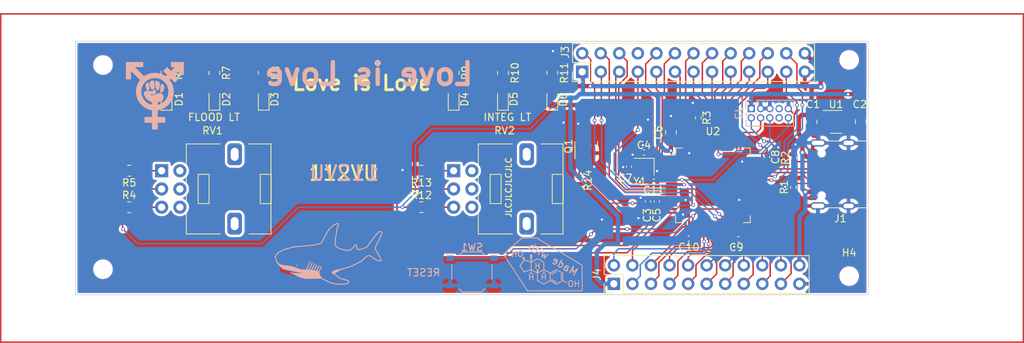
<source format=kicad_pcb>
(kicad_pcb (version 20221018) (generator pcbnew)

  (general
    (thickness 1.6)
  )

  (paper "A4")
  (layers
    (0 "F.Cu" signal)
    (31 "B.Cu" signal)
    (34 "B.Paste" user)
    (35 "F.Paste" user)
    (36 "B.SilkS" user "B.Silkscreen")
    (37 "F.SilkS" user "F.Silkscreen")
    (38 "B.Mask" user)
    (39 "F.Mask" user)
    (44 "Edge.Cuts" user)
    (45 "Margin" user)
    (46 "B.CrtYd" user "B.Courtyard")
    (47 "F.CrtYd" user "F.Courtyard")
    (48 "B.Fab" user)
    (49 "F.Fab" user)
  )

  (setup
    (stackup
      (layer "F.SilkS" (type "Top Silk Screen") (color "White"))
      (layer "F.Paste" (type "Top Solder Paste"))
      (layer "F.Mask" (type "Top Solder Mask") (color "Black") (thickness 0.01))
      (layer "F.Cu" (type "copper") (thickness 0.035))
      (layer "dielectric 1" (type "core") (thickness 1.51) (material "FR4") (epsilon_r 4.5) (loss_tangent 0.02))
      (layer "B.Cu" (type "copper") (thickness 0.035))
      (layer "B.Mask" (type "Bottom Solder Mask") (color "Black") (thickness 0.01))
      (layer "B.Paste" (type "Bottom Solder Paste"))
      (layer "B.SilkS" (type "Bottom Silk Screen") (color "White"))
      (copper_finish "None")
      (dielectric_constraints yes)
    )
    (pad_to_mask_clearance 0)
    (aux_axis_origin 83.1 113)
    (grid_origin 83.1 113)
    (pcbplotparams
      (layerselection 0x00010fc_ffffffff)
      (plot_on_all_layers_selection 0x0000000_00000000)
      (disableapertmacros false)
      (usegerberextensions false)
      (usegerberattributes true)
      (usegerberadvancedattributes true)
      (creategerberjobfile true)
      (dashed_line_dash_ratio 12.000000)
      (dashed_line_gap_ratio 3.000000)
      (svgprecision 4)
      (plotframeref false)
      (viasonmask false)
      (mode 1)
      (useauxorigin false)
      (hpglpennumber 1)
      (hpglpenspeed 20)
      (hpglpendiameter 15.000000)
      (dxfpolygonmode true)
      (dxfimperialunits true)
      (dxfusepcbnewfont true)
      (psnegative false)
      (psa4output false)
      (plotreference false)
      (plotvalue false)
      (plotinvisibletext false)
      (sketchpadsonfab false)
      (subtractmaskfromsilk false)
      (outputformat 1)
      (mirror false)
      (drillshape 0)
      (scaleselection 1)
      (outputdirectory "Manufacturing/")
    )
  )

  (net 0 "")
  (net 1 "GND")
  (net 2 "+3V3")
  (net 3 "/SWD_NRST")
  (net 4 "VBUS")
  (net 5 "Net-(J1-CC1)")
  (net 6 "/USB_D+")
  (net 7 "/USB_D-")
  (net 8 "unconnected-(J1-SBU1-PadA8)")
  (net 9 "Net-(J1-CC2)")
  (net 10 "unconnected-(J1-SBU2-PadB8)")
  (net 11 "/POT_2")
  (net 12 "/POT_1")
  (net 13 "unconnected-(U1-NC-Pad4)")
  (net 14 "/SWD_IO")
  (net 15 "/SWD_CLK")
  (net 16 "/SWD_TRACE")
  (net 17 "unconnected-(J2-KEY-Pad7)")
  (net 18 "unconnected-(J2-NC{slash}TDI-Pad8)")
  (net 19 "unconnected-(J3-Pin_8-Pad8)")
  (net 20 "/HSE_IN")
  (net 21 "/HSE_OUT")
  (net 22 "Net-(D1-A)")
  (net 23 "Net-(D2-A)")
  (net 24 "/BOOT0")
  (net 25 "/LED_PWR")
  (net 26 "Net-(D3-A)")
  (net 27 "Net-(D4-A)")
  (net 28 "Net-(D5-A)")
  (net 29 "Net-(D6-A)")
  (net 30 "Net-(R4-Pad2)")
  (net 31 "Net-(R5-Pad1)")
  (net 32 "Net-(R12-Pad2)")
  (net 33 "Net-(R13-Pad1)")
  (net 34 "/E_WXR_PC9")
  (net 35 "/E_WXR_PA8")
  (net 36 "/E_WXR_PC8")
  (net 37 "/E_WXR_PC7")
  (net 38 "/E_B_PB5")
  (net 39 "/E_B_PB4")
  (net 40 "/E_B_PD2")
  (net 41 "/E_B_PC11")
  (net 42 "/E_B_PC12")
  (net 43 "/E_B_PC10")
  (net 44 "/E_WXR_PA3")
  (net 45 "/E_WXR_PA5")
  (net 46 "/E_WXR_PA4")
  (net 47 "/E_WXR_PC5")
  (net 48 "/E_WXR_PC4")
  (net 49 "/E_WXR_PA6")
  (net 50 "/E_WXR_PA7")
  (net 51 "/E_WXR_PB10")
  (net 52 "/E_WXR_PB2")
  (net 53 "/E_WXR_PB12")
  (net 54 "/E_WXR_PB11")
  (net 55 "/E_WXR_PB14")
  (net 56 "/E_WXR_PB13")
  (net 57 "/E_WXR_PC6")
  (net 58 "/E_WXR_PB15")
  (net 59 "/E_B_PB0")
  (net 60 "/E_B_PB1")
  (net 61 "/E_B_PC3")
  (net 62 "/PA0")
  (net 63 "/E_B_PC2")
  (net 64 "/E_B_PC1")
  (net 65 "/E_B_PC0")
  (net 66 "/E_B_PC14")
  (net 67 "/E_B_PC15")
  (net 68 "/E_B_PC13")
  (net 69 "/E_B_PB9")
  (net 70 "/E_B_PB7")
  (net 71 "/E_B_PB8")
  (net 72 "/E_B_PB6")
  (net 73 "/E_B_PA15")
  (net 74 "/E_B_PA10")
  (net 75 "/E_B_PA9")

  (footprint "Capacitor_SMD:C_0805_2012Metric" (layer "F.Cu") (at 200.85 82.75 -90))

  (footprint "Resistor_SMD:R_0805_2012Metric" (layer "F.Cu") (at 100.6875 89.5 180))

  (footprint "Resistor_SMD:R_0805_2012Metric" (layer "F.Cu") (at 105.8 76.0875 -90))

  (footprint "Capacitor_SMD:C_0402_1005Metric" (layer "F.Cu") (at 172.9 93.72 90))

  (footprint "Capacitor_SMD:C_0805_2012Metric" (layer "F.Cu") (at 194.1 82.8 -90))

  (footprint "Resistor_SMD:R_0402_1005Metric" (layer "F.Cu") (at 191.6 91.79 -90))

  (footprint "MountingHole:MountingHole_2.2mm_M2" (layer "F.Cu") (at 199.25 103.95))

  (footprint "Resistor_SMD:R_0805_2012Metric" (layer "F.Cu") (at 151.85 76.0875 -90))

  (footprint "Resistor_SMD:R_0402_1005Metric" (layer "F.Cu") (at 191.7 87.74 90))

  (footprint "Resistor_SMD:R_0402_1005Metric" (layer "F.Cu") (at 178.6 82.2375 -90))

  (footprint "Capacitor_SMD:C_0402_1005Metric" (layer "F.Cu") (at 171.155 87 180))

  (footprint "Resistor_SMD:R_0805_2012Metric" (layer "F.Cu") (at 145.1 76.0875 -90))

  (footprint "MountingHole:MountingHole_2.2mm_M2" (layer "F.Cu") (at 97.1 103))

  (footprint "LED_SMD:LED_0603_1608Metric" (layer "F.Cu") (at 145.1 79.7125 90))

  (footprint "MountingHole:MountingHole_2.2mm_M2" (layer "F.Cu") (at 199.25 74.3))

  (footprint "Capacitor_SMD:C_0402_1005Metric" (layer "F.Cu") (at 184.1 98.9 180))

  (footprint "Potentiometer_THT:Potentiometer_Alps_RK09L_Double_Vertical" (layer "F.Cu") (at 145.1 89.5))

  (footprint "LED_SMD:LED_0603_1608Metric" (layer "F.Cu") (at 112.35 79.7125 90))

  (footprint "Package_TO_SOT_SMD:SOT-23-5" (layer "F.Cu") (at 197.4625 82.8))

  (footprint "LED_SMD:LED_0603_1608Metric" (layer "F.Cu") (at 105.8 79.7125 90))

  (footprint "Potentiometer_THT:Potentiometer_Alps_RK09L_Double_Vertical" (layer "F.Cu") (at 105.125 89.5))

  (footprint "Package_QFP:LQFP-64_10x10mm_P0.5mm" (layer "F.Cu") (at 180.6 91.5))

  (footprint "Resistor_SMD:R_0805_2012Metric" (layer "F.Cu") (at 140.6875 89.5 180))

  (footprint "Capacitor_SMD:C_0402_1005Metric" (layer "F.Cu") (at 169.1 88.945 90))

  (footprint "Connector_USB:USB_C_Receptacle_G-Switch_GT-USB-7010ASV" (layer "F.Cu") (at 198.1 90 90))

  (footprint "LED_SMD:LED_0603_1608Metric" (layer "F.Cu") (at 158.6 79.7125 90))

  (footprint "LED_SMD:LED_0603_1608Metric" (layer "F.Cu") (at 151.85 79.7125 90))

  (footprint "Crystal:Crystal_SMD_2016-4Pin_2.0x1.6mm" (layer "F.Cu") (at 171.2 88.95 180))

  (footprint "Resistor_SMD:R_0402_1005Metric" (layer "F.Cu") (at 162.3 90.81 -90))

  (footprint "Capacitor_SMD:C_0402_1005Metric" (layer "F.Cu") (at 177.3 98.8 180))

  (footprint "LED_SMD:LED_0603_1608Metric" (layer "F.Cu") (at 119.1 79.7125 90))

  (footprint "Package_TO_SOT_SMD:SOT-23" (layer "F.Cu") (at 163.25 86.15 90))

  (footprint "Resistor_SMD:R_0805_2012Metric" (layer "F.Cu") (at 119.1 76.0875 -90))

  (footprint "Capacitor_SMD:C_0402_1005Metric" (layer "F.Cu") (at 171.7 93.72 90))

  (footprint "Connector_PinHeader_2.54mm:PinHeader_2x11_P2.54mm_Vertical" (layer "F.Cu") (at 167.04 105 90))

  (footprint "Resistor_SMD:R_0805_2012Metric" (layer "F.Cu") (at 112.35 76.0875 -90))

  (footprint "Capacitor_SMD:C_0402_1005Metric" (layer "F.Cu") (at 188 87.62 -90))

  (footprint "Resistor_SMD:R_0805_2012Metric" (layer "F.Cu") (at 140.6875 94.5))

  (footprint "MountingHole:MountingHole_2.2mm_M2" (layer "F.Cu") (at 97.1 75))

  (footprint "Resistor_SMD:R_0805_2012Metric" (layer "F.Cu") (at 100.6875 94.5))

  (footprint "Capacitor_SMD:C_0402_1005Metric" (layer "F.Cu") (at 172.505 91 180))

  (footprint "Capacitor_SMD:C_0805_2012Metric" (layer "F.Cu") (at 174.85 84.25 90))

  (footprint "Resistor_SMD:R_0805_2012Metric" (layer "F.Cu") (at 158.6 76.0875 -90))

  (footprint "Connector_PinHeader_2.54mm:PinHeader_2x13_P2.54mm_Vertical" (layer "F.Cu") (at 162.7 75.94 90))

  (footprint "Button_Switch_SMD:SW_Push_1P1T_XKB_TS-1187A" (layer "B.Cu")
    (tstamp 0c7697ed-d35f-4940-b76f-7f3b5099c64a)
    (at 147.6 103.375 180)
    (descr "SMD Tactile Switch, http://www.helloxkb.com/public/images/pdf/TS-1187A-X-X-X.pdf")
    (tags "SPST Tactile Switch")
    (property "JLCPCB Part" "C318884")
    (property "Manufracturer" "XKB Connectivity")
    (property "Manufracturer Part Number" "TS-1187A-B-A-B")
    (property "Sheetfile" "112VU.kicad_sch")
    (property "Sheetname" "")
    (property "exclude_from_bom" "")
    (property "ki_description" "Push button switch, generic, two pins")
    (property "ki_keywords" "switch normally-open pushbutton push-button")
    (path "/debe0302-74b9-4dc2-8b83-4956b40b8383")
    (attr smd exclude_from_pos_files exclude_from_bom)
    (fp_text reference "SW1" (at 0 3.375) (layer "B.SilkS")
        (effects (font (size 1 1) (thickness 0.15)) (justify mirror))
      (tstamp ad512b53-b5e8-4ac1-8c09-f78196ad9f7b)
    )
    (fp_text value "SW_Push" (at 0 -3.75) (layer "B.Fab")
        (effects (font (size 1 1) (thickness 0.15)) (justify mirror))
      (tstamp 42fbb2b0-a5ae-44b2-94bb-041b460628ff)
    )
    (fp_text user "${REFERENCE}" (at 0 3.75) (layer "B.Fab")
        (effects (font (size 1 1) (thickness 0.15)) (justify mirror))
      (tstamp b993c6ed-dcf5-4b43-8a3e-d114b94f40be)
    )
    (fp_line (start -2.75 1) (end -2.75 -1)
      (stroke (width 0.12) (type solid)) (layer "B.SilkS") (tstamp a511acbd-69a4-445c-9bf3-e4b06223649b))
    (fp_line (start -1.75 -2.3) (end -1.3 -2.75)
      (stroke (width 0.12) (type solid)) (layer "B.SilkS") (tstamp 23e890ba-6a93-4f78-bf0c-fa5b74b80e6e))
    (fp_line (start -1.75 2.3) (end -1.3 2.75)
      (stroke (width 0.12) (type solid)) (layer "B.SilkS") (tstamp ce141960-072d-42ac-8a9a-df5b9f63c23a))
    (fp_line (start -1.3 -2.75) (end 1.3 -2.75)
      (stroke (width 0.12) (type solid)) (layer "B.SilkS") (tstamp 34d53bc6-e4b8-40d0-8777-866e472aa5d6))
    (fp_line (start -1.3 2.75) (end 1.3 2.75)
      (stroke (width 0.12) (type solid)) (layer "B.SilkS") (tstamp 4d0720b7-5dd1-46c6-8bdc-c928e833e2ba))
    (fp_line (start 1.75 -2.3) (end 1.3 -2.75)
      (stroke (width 0.12) (type solid)) (layer "B.SilkS") (tstamp 02a256a1-56d8-40c4-b5d3-96f94e6bddd4))
    (fp_line (start 1.75 2.3) (end 1.3 2.75)
      (stroke (width 0.12) (type solid)) (layer "B.SilkS") (tstamp 175ae72f-6574-433f-bd9b-5b175086e4cd))
    (fp_line (start 2.75 1) (end 2.75 -1)
      (stroke (width 0.12) (type solid)) (layer "B.SilkS") (tstamp 3733ce30-c8d8-465b-8fcf-ac4a1cd2e738))
    (fp_line (start -3.75 -2.8) (end -3.75 2.8)
      (stroke (width 0.05) (type solid)) (layer "B.CrtYd") (tstamp 524d1cf4-107d-43cd-9c40-86727af6dce2))
    (fp_line (start -3.75 2.8) (end 3.75 2.8)
      (stroke (width 0.05) (type solid)) (layer "B.CrtYd") (tstamp 763c83f3-edf5-4ecc-99a2-0b71c66da722))
    (fp_line (start 3.75 -2.8) (end -3.75 -2.8)
      (stroke (width 0.05) (type solid)) (layer "B.CrtYd") (tstamp 51718c1e-8bd2-457b-97c7-3342d4aefc9a))
    (fp_line (start 3.75 2.8) (end 3.75 -2.8)
      (stroke (width 0.05) (type solid)) (layer "B.CrtYd") (tstamp af9b2056-dfe8-4432-8c04-385019f5ee5f))
    (fp_line (start -2.9 -2.1) (end -2.9 -1.6)
      (stroke (width 0.1) (type solid)) (layer "B.Fab") (tstamp 71a56f8d-736c-4212-bda7-111a8c9d8b3d))
    (fp_line (start -2.9 2.1) (end -2.9 1.6)
      (stroke (width 0.1) (type solid)) (layer "B.Fab") (tstamp f6830823-6c45-4200-a978-d08a0dcaea07))
    (fp_line (start -2.4 -1.4) (end -2.4 -1.25)
      (stroke (width 0.1) (type solid)) (layer "B.Fab") (tstamp 8e9228ed-6ed4-4a40-b930-cf6cd4b5348a))
    (fp_line (start -2.4 1.25) (end -2.4 1.4)
      (stroke (width 0.1) (type solid)) (layer "B.Fab") (tstamp 7be0ea7c-078a-43a4-8f81-d4f1bb05359c))
    (fp_line (start -2.4 1.4) (end -1.4 2.4)
      (stroke (width 0.1) (type solid)) (layer "B.Fab") (tstamp a1d624cb-924e-4687-8961-23fcc6df92f8))
    (fp_line (start -1.4 -2.4) (end -2.4 -1.4)
      (stroke (width 0.1) (type solid)) (layer "B.Fab") (tstamp 05990326-9688-43d9-93f4-ccb48c6647ad))
    (fp_
... [503237 chars truncated]
</source>
